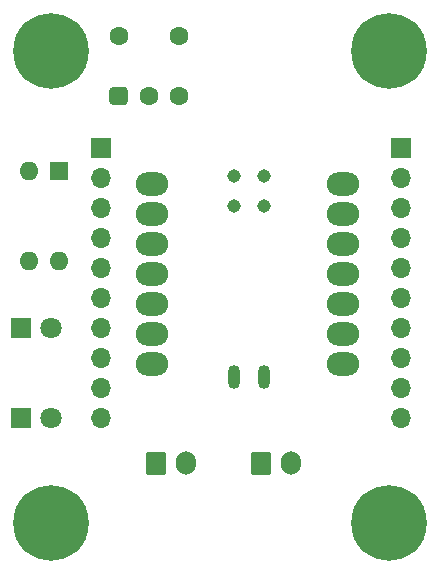
<source format=gbr>
%TF.GenerationSoftware,KiCad,Pcbnew,(5.1.9)-1*%
%TF.CreationDate,2022-08-15T05:54:51+09:00*%
%TF.ProjectId,Receiver,52656365-6976-4657-922e-6b696361645f,rev?*%
%TF.SameCoordinates,Original*%
%TF.FileFunction,Soldermask,Top*%
%TF.FilePolarity,Negative*%
%FSLAX46Y46*%
G04 Gerber Fmt 4.6, Leading zero omitted, Abs format (unit mm)*
G04 Created by KiCad (PCBNEW (5.1.9)-1) date 2022-08-15 05:54:51*
%MOMM*%
%LPD*%
G01*
G04 APERTURE LIST*
%ADD10R,1.700000X1.700000*%
%ADD11O,1.700000X1.700000*%
%ADD12O,1.700000X2.000000*%
%ADD13R,1.600000X1.600000*%
%ADD14O,1.600000X1.600000*%
%ADD15R,1.800000X1.800000*%
%ADD16C,1.800000*%
%ADD17O,2.748280X1.998980*%
%ADD18O,1.016000X2.032000*%
%ADD19C,1.143000*%
%ADD20C,6.400000*%
%ADD21C,0.800000*%
%ADD22C,1.600000*%
G04 APERTURE END LIST*
D10*
%TO.C,J3*%
X89280000Y-116840000D03*
D11*
X89280000Y-119380000D03*
X89280000Y-121920000D03*
X89280000Y-124460000D03*
X89280000Y-127000000D03*
X89280000Y-129540000D03*
X89280000Y-132080000D03*
X89280000Y-134620000D03*
X89280000Y-137160000D03*
X89280000Y-139700000D03*
%TD*%
%TO.C,J4*%
X114680000Y-139700000D03*
X114680000Y-137160000D03*
X114680000Y-134620000D03*
X114680000Y-132080000D03*
X114680000Y-129540000D03*
X114680000Y-127000000D03*
X114680000Y-124460000D03*
X114680000Y-121920000D03*
X114680000Y-119380000D03*
D10*
X114680000Y-116840000D03*
%TD*%
%TO.C,J5*%
G36*
G01*
X93130000Y-144260000D02*
X93130000Y-142760000D01*
G75*
G02*
X93380000Y-142510000I250000J0D01*
G01*
X94580000Y-142510000D01*
G75*
G02*
X94830000Y-142760000I0J-250000D01*
G01*
X94830000Y-144260000D01*
G75*
G02*
X94580000Y-144510000I-250000J0D01*
G01*
X93380000Y-144510000D01*
G75*
G02*
X93130000Y-144260000I0J250000D01*
G01*
G37*
D12*
X96480000Y-143510000D03*
%TD*%
%TO.C,J6*%
G36*
G01*
X102020000Y-144260000D02*
X102020000Y-142760000D01*
G75*
G02*
X102270000Y-142510000I250000J0D01*
G01*
X103470000Y-142510000D01*
G75*
G02*
X103720000Y-142760000I0J-250000D01*
G01*
X103720000Y-144260000D01*
G75*
G02*
X103470000Y-144510000I-250000J0D01*
G01*
X102270000Y-144510000D01*
G75*
G02*
X102020000Y-144260000I0J250000D01*
G01*
G37*
X105370000Y-143510000D03*
%TD*%
D13*
%TO.C,U1*%
X85725000Y-118745000D03*
D14*
X83185000Y-126365000D03*
X83185000Y-118745000D03*
X85725000Y-126365000D03*
%TD*%
D15*
%TO.C,D1*%
X82550000Y-132080000D03*
D16*
X85090000Y-132080000D03*
%TD*%
%TO.C,D2*%
X85090000Y-139700000D03*
D15*
X82550000Y-139700000D03*
%TD*%
D17*
%TO.C,U2*%
X109837680Y-119867180D03*
X109837680Y-122407180D03*
X109837680Y-124947180D03*
X109837680Y-127487180D03*
X109837680Y-130027180D03*
X109837680Y-132567180D03*
X109837680Y-135107180D03*
X93673120Y-135107180D03*
X93673120Y-132567180D03*
X93673120Y-130027180D03*
X93673120Y-127487180D03*
X93673120Y-124947180D03*
X93673120Y-122407180D03*
X93673120Y-119867180D03*
D18*
X100540000Y-136185000D03*
X103090000Y-136185000D03*
D19*
X100538803Y-119180813D03*
X103078803Y-119180813D03*
X100538803Y-121720813D03*
X103078803Y-121720813D03*
%TD*%
D20*
%TO.C,H1*%
X85090000Y-108585000D03*
D21*
X87490000Y-108585000D03*
X86787056Y-110282056D03*
X85090000Y-110985000D03*
X83392944Y-110282056D03*
X82690000Y-108585000D03*
X83392944Y-106887944D03*
X85090000Y-106185000D03*
X86787056Y-106887944D03*
%TD*%
%TO.C,H2*%
X86787056Y-146892944D03*
X85090000Y-146190000D03*
X83392944Y-146892944D03*
X82690000Y-148590000D03*
X83392944Y-150287056D03*
X85090000Y-150990000D03*
X86787056Y-150287056D03*
X87490000Y-148590000D03*
D20*
X85090000Y-148590000D03*
%TD*%
%TO.C,H3*%
X113665000Y-148590000D03*
D21*
X116065000Y-148590000D03*
X115362056Y-150287056D03*
X113665000Y-150990000D03*
X111967944Y-150287056D03*
X111265000Y-148590000D03*
X111967944Y-146892944D03*
X113665000Y-146190000D03*
X115362056Y-146892944D03*
%TD*%
%TO.C,H4*%
X115362056Y-106887944D03*
X113665000Y-106185000D03*
X111967944Y-106887944D03*
X111265000Y-108585000D03*
X111967944Y-110282056D03*
X113665000Y-110985000D03*
X115362056Y-110282056D03*
X116065000Y-108585000D03*
D20*
X113665000Y-108585000D03*
%TD*%
D22*
%TO.C,SW1*%
X95885000Y-107315000D03*
X90805000Y-107315000D03*
G36*
G01*
X90405000Y-111595000D02*
X91205000Y-111595000D01*
G75*
G02*
X91605000Y-111995000I0J-400000D01*
G01*
X91605000Y-112795000D01*
G75*
G02*
X91205000Y-113195000I-400000J0D01*
G01*
X90405000Y-113195000D01*
G75*
G02*
X90005000Y-112795000I0J400000D01*
G01*
X90005000Y-111995000D01*
G75*
G02*
X90405000Y-111595000I400000J0D01*
G01*
G37*
X93345000Y-112395000D03*
X95885000Y-112395000D03*
%TD*%
M02*

</source>
